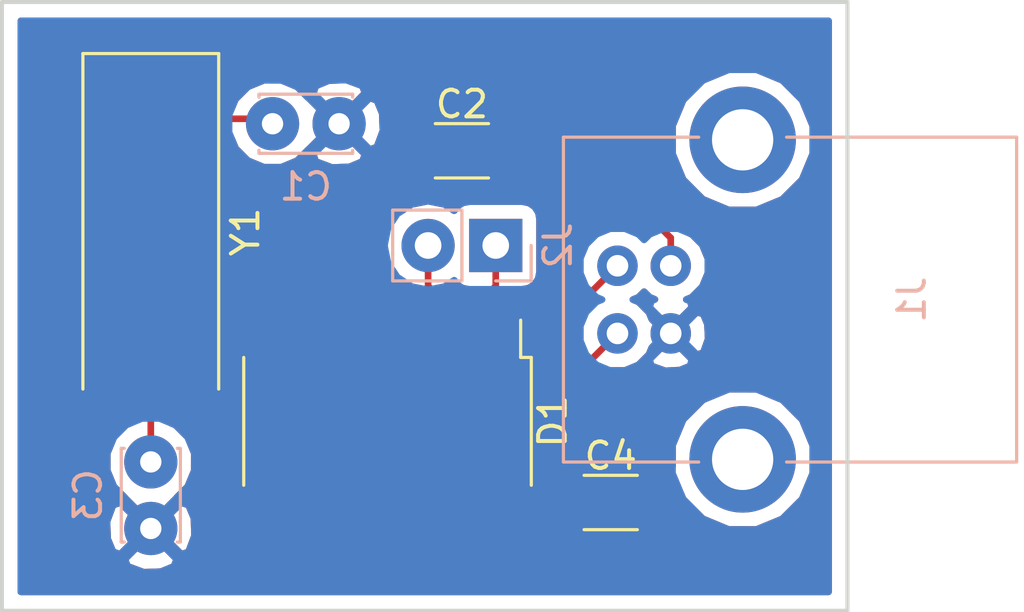
<source format=kicad_pcb>
(kicad_pcb (version 4) (host pcbnew 4.0.7)

  (general
    (links 17)
    (no_connects 2)
    (area 153.086999 91.364999 184.987001 114.375001)
    (thickness 1.6)
    (drawings 4)
    (tracks 71)
    (zones 0)
    (modules 8)
    (nets 18)
  )

  (page A4)
  (layers
    (0 F.Cu signal)
    (31 B.Cu signal)
    (32 B.Adhes user)
    (33 F.Adhes user)
    (34 B.Paste user)
    (35 F.Paste user)
    (36 B.SilkS user)
    (37 F.SilkS user)
    (38 B.Mask user)
    (39 F.Mask user)
    (40 Dwgs.User user)
    (41 Cmts.User user)
    (42 Eco1.User user)
    (43 Eco2.User user)
    (44 Edge.Cuts user)
    (45 Margin user)
    (46 B.CrtYd user)
    (47 F.CrtYd user)
    (48 B.Fab user)
    (49 F.Fab user)
  )

  (setup
    (last_trace_width 0.25)
    (trace_clearance 0.2)
    (zone_clearance 0.508)
    (zone_45_only no)
    (trace_min 0.2)
    (segment_width 0.2)
    (edge_width 0.15)
    (via_size 0.6)
    (via_drill 0.4)
    (via_min_size 0.4)
    (via_min_drill 0.3)
    (user_via 2 0.8)
    (uvia_size 0.3)
    (uvia_drill 0.1)
    (uvias_allowed no)
    (uvia_min_size 0.2)
    (uvia_min_drill 0.1)
    (pcb_text_width 0.3)
    (pcb_text_size 1.5 1.5)
    (mod_edge_width 0.15)
    (mod_text_size 1 1)
    (mod_text_width 0.15)
    (pad_size 4 4)
    (pad_drill 2.3)
    (pad_to_mask_clearance 0.2)
    (aux_axis_origin 0 0)
    (visible_elements 7FFFFFFF)
    (pcbplotparams
      (layerselection 0x00000_80000001)
      (usegerberextensions false)
      (excludeedgelayer true)
      (linewidth 0.100000)
      (plotframeref false)
      (viasonmask true)
      (mode 1)
      (useauxorigin false)
      (hpglpennumber 1)
      (hpglpenspeed 20)
      (hpglpendiameter 15)
      (hpglpenoverlay 2)
      (psnegative false)
      (psa4output false)
      (plotreference true)
      (plotvalue false)
      (plotinvisibletext true)
      (padsonsilk false)
      (subtractmaskfromsilk false)
      (outputformat 5)
      (mirror false)
      (drillshape 0)
      (scaleselection 1)
      (outputdirectory export/))
  )

  (net 0 "")
  (net 1 "Net-(C1-Pad1)")
  (net 2 "Net-(C3-Pad1)")
  (net 3 "Net-(D1-Pad2)")
  (net 4 "Net-(D1-Pad3)")
  (net 5 "Net-(D1-Pad5)")
  (net 6 "Net-(D1-Pad6)")
  (net 7 "Net-(D1-Pad9)")
  (net 8 "Net-(D1-Pad10)")
  (net 9 "Net-(D1-Pad11)")
  (net 10 "Net-(D1-Pad12)")
  (net 11 "Net-(D1-Pad13)")
  (net 12 "Net-(D1-Pad14)")
  (net 13 "Net-(D1-Pad15)")
  (net 14 +5V)
  (net 15 "Net-(J1-Pad5)")
  (net 16 GND)
  (net 17 "Net-(C2-Pad1)")

  (net_class Default "Это класс цепей по умолчанию."
    (clearance 0.2)
    (trace_width 0.25)
    (via_dia 0.6)
    (via_drill 0.4)
    (uvia_dia 0.3)
    (uvia_drill 0.1)
  )

  (net_class my ""
    (clearance 0.25)
    (trace_width 0.25)
    (via_dia 1.5)
    (via_drill 0.8)
    (uvia_dia 1.5)
    (uvia_drill 0.8)
    (add_net +5V)
    (add_net GND)
    (add_net "Net-(C1-Pad1)")
    (add_net "Net-(C2-Pad1)")
    (add_net "Net-(C3-Pad1)")
    (add_net "Net-(D1-Pad10)")
    (add_net "Net-(D1-Pad11)")
    (add_net "Net-(D1-Pad12)")
    (add_net "Net-(D1-Pad13)")
    (add_net "Net-(D1-Pad14)")
    (add_net "Net-(D1-Pad15)")
    (add_net "Net-(D1-Pad2)")
    (add_net "Net-(D1-Pad3)")
    (add_net "Net-(D1-Pad5)")
    (add_net "Net-(D1-Pad6)")
    (add_net "Net-(D1-Pad9)")
    (add_net "Net-(J1-Pad5)")
  )

  (module Capacitors_SMD:C_1206 (layer F.Cu) (tedit 58AA84B8) (tstamp 5B1AC803)
    (at 170.434 97.028)
    (descr "Capacitor SMD 1206, reflow soldering, AVX (see smccp.pdf)")
    (tags "capacitor 1206")
    (path /5B1A8574)
    (attr smd)
    (fp_text reference C2 (at 0 -1.75) (layer F.SilkS)
      (effects (font (size 1 1) (thickness 0.15)))
    )
    (fp_text value 10n (at 0 2) (layer F.Fab)
      (effects (font (size 1 1) (thickness 0.15)))
    )
    (fp_text user %R (at 0 -1.75) (layer F.Fab)
      (effects (font (size 1 1) (thickness 0.15)))
    )
    (fp_line (start -1.6 0.8) (end -1.6 -0.8) (layer F.Fab) (width 0.1))
    (fp_line (start 1.6 0.8) (end -1.6 0.8) (layer F.Fab) (width 0.1))
    (fp_line (start 1.6 -0.8) (end 1.6 0.8) (layer F.Fab) (width 0.1))
    (fp_line (start -1.6 -0.8) (end 1.6 -0.8) (layer F.Fab) (width 0.1))
    (fp_line (start 1 -1.02) (end -1 -1.02) (layer F.SilkS) (width 0.12))
    (fp_line (start -1 1.02) (end 1 1.02) (layer F.SilkS) (width 0.12))
    (fp_line (start -2.25 -1.05) (end 2.25 -1.05) (layer F.CrtYd) (width 0.05))
    (fp_line (start -2.25 -1.05) (end -2.25 1.05) (layer F.CrtYd) (width 0.05))
    (fp_line (start 2.25 1.05) (end 2.25 -1.05) (layer F.CrtYd) (width 0.05))
    (fp_line (start 2.25 1.05) (end -2.25 1.05) (layer F.CrtYd) (width 0.05))
    (pad 1 smd rect (at -1.5 0) (size 1 1.6) (layers F.Cu F.Paste F.Mask)
      (net 17 "Net-(C2-Pad1)"))
    (pad 2 smd rect (at 1.5 0) (size 1 1.6) (layers F.Cu F.Paste F.Mask)
      (net 16 GND))
    (model Capacitors_SMD.3dshapes/C_1206.wrl
      (at (xyz 0 0 0))
      (scale (xyz 1 1 1))
      (rotate (xyz 0 0 0))
    )
  )

  (module Capacitors_THT:C_Disc_D3.4mm_W2.1mm_P2.50mm (layer B.Cu) (tedit 5B1FEAB6) (tstamp 5B1AC809)
    (at 158.75 108.712 270)
    (descr "C, Disc series, Radial, pin pitch=2.50mm, , diameter*width=3.4*2.1mm^2, Capacitor, http://www.vishay.com/docs/45233/krseries.pdf")
    (tags "C Disc series Radial pin pitch 2.50mm  diameter 3.4mm width 2.1mm Capacitor")
    (path /5B1A9060)
    (fp_text reference C3 (at 1.25 2.36 270) (layer B.SilkS)
      (effects (font (size 1 1) (thickness 0.15)) (justify mirror))
    )
    (fp_text value 22p (at 1.25 -2.36 270) (layer B.Fab)
      (effects (font (size 1 1) (thickness 0.15)) (justify mirror))
    )
    (fp_line (start -0.45 1.05) (end -0.45 -1.05) (layer B.Fab) (width 0.1))
    (fp_line (start -0.45 -1.05) (end 2.95 -1.05) (layer B.Fab) (width 0.1))
    (fp_line (start 2.95 -1.05) (end 2.95 1.05) (layer B.Fab) (width 0.1))
    (fp_line (start 2.95 1.05) (end -0.45 1.05) (layer B.Fab) (width 0.1))
    (fp_line (start -0.51 1.11) (end 3.01 1.11) (layer B.SilkS) (width 0.12))
    (fp_line (start -0.51 -1.11) (end 3.01 -1.11) (layer B.SilkS) (width 0.12))
    (fp_line (start -0.51 1.11) (end -0.51 0.996) (layer B.SilkS) (width 0.12))
    (fp_line (start -0.51 -0.996) (end -0.51 -1.11) (layer B.SilkS) (width 0.12))
    (fp_line (start 3.01 1.11) (end 3.01 0.996) (layer B.SilkS) (width 0.12))
    (fp_line (start 3.01 -0.996) (end 3.01 -1.11) (layer B.SilkS) (width 0.12))
    (fp_line (start -1.05 1.4) (end -1.05 -1.4) (layer B.CrtYd) (width 0.05))
    (fp_line (start -1.05 -1.4) (end 3.55 -1.4) (layer B.CrtYd) (width 0.05))
    (fp_line (start 3.55 -1.4) (end 3.55 1.4) (layer B.CrtYd) (width 0.05))
    (fp_line (start 3.55 1.4) (end -1.05 1.4) (layer B.CrtYd) (width 0.05))
    (fp_text user %R (at 1.25 0 270) (layer B.Fab)
      (effects (font (size 1 1) (thickness 0.15)) (justify mirror))
    )
    (pad 1 thru_hole circle (at 0 0 270) (size 2 2) (drill 0.8) (layers *.Cu *.Mask)
      (net 2 "Net-(C3-Pad1)"))
    (pad 2 thru_hole circle (at 2.5 0 270) (size 2 2) (drill 0.8) (layers *.Cu *.Mask)
      (net 16 GND))
    (model ${KISYS3DMOD}/Capacitors_THT.3dshapes/C_Disc_D3.4mm_W2.1mm_P2.50mm.wrl
      (at (xyz 0 0 0))
      (scale (xyz 1 1 1))
      (rotate (xyz 0 0 0))
    )
  )

  (module Housings_SSOP:SOP-16_4.4x10.4mm_Pitch1.27mm (layer F.Cu) (tedit 589F0C2D) (tstamp 5B1AC81D)
    (at 167.64 107.188 270)
    (descr "16-Lead Plastic Small Outline http://www.vishay.com/docs/49633/sg2098.pdf")
    (tags "SOP 1.27")
    (path /5B1A81C9)
    (attr smd)
    (fp_text reference D1 (at 0 -6.2 270) (layer F.SilkS)
      (effects (font (size 1 1) (thickness 0.15)))
    )
    (fp_text value CH340G (at 0 6.1 270) (layer F.Fab)
      (effects (font (size 1 1) (thickness 0.15)))
    )
    (fp_text user %R (at 0 0 270) (layer F.Fab)
      (effects (font (size 0.8 0.8) (thickness 0.15)))
    )
    (fp_line (start -2.2 -4.6) (end -1.6 -5.2) (layer F.Fab) (width 0.1))
    (fp_line (start -2.4 -5.4) (end -2.4 -5) (layer F.SilkS) (width 0.12))
    (fp_line (start -2.4 -5) (end -3.8 -5) (layer F.SilkS) (width 0.12))
    (fp_line (start -1.6 -5.2) (end 2.2 -5.2) (layer F.Fab) (width 0.1))
    (fp_line (start 2.2 -5.2) (end 2.2 5.2) (layer F.Fab) (width 0.1))
    (fp_line (start 2.2 5.2) (end -2.2 5.2) (layer F.Fab) (width 0.1))
    (fp_line (start -2.2 5.2) (end -2.2 -4.6) (layer F.Fab) (width 0.1))
    (fp_line (start -2.4 -5.4) (end 2.4 -5.4) (layer F.SilkS) (width 0.12))
    (fp_line (start -2.4 5.4) (end 2.4 5.4) (layer F.SilkS) (width 0.12))
    (fp_line (start -4.05 -5.45) (end 4.05 -5.45) (layer F.CrtYd) (width 0.05))
    (fp_line (start -4.05 -5.45) (end -4.05 5.45) (layer F.CrtYd) (width 0.05))
    (fp_line (start 4.05 5.45) (end 4.05 -5.45) (layer F.CrtYd) (width 0.05))
    (fp_line (start 4.05 5.45) (end -4.05 5.45) (layer F.CrtYd) (width 0.05))
    (pad 1 smd rect (at -3.15 -4.45 270) (size 1.3 0.8) (layers F.Cu F.Paste F.Mask)
      (net 16 GND))
    (pad 2 smd rect (at -3.15 -3.17 270) (size 1.3 0.8) (layers F.Cu F.Paste F.Mask)
      (net 3 "Net-(D1-Pad2)"))
    (pad 3 smd rect (at -3.15 -1.91 270) (size 1.3 0.8) (layers F.Cu F.Paste F.Mask)
      (net 4 "Net-(D1-Pad3)"))
    (pad 4 smd rect (at -3.15 -0.64 270) (size 1.3 0.8) (layers F.Cu F.Paste F.Mask)
      (net 17 "Net-(C2-Pad1)"))
    (pad 5 smd rect (at -3.15 0.64 270) (size 1.3 0.8) (layers F.Cu F.Paste F.Mask)
      (net 5 "Net-(D1-Pad5)"))
    (pad 6 smd rect (at -3.15 1.91 270) (size 1.3 0.8) (layers F.Cu F.Paste F.Mask)
      (net 6 "Net-(D1-Pad6)"))
    (pad 7 smd rect (at -3.15 3.17 270) (size 1.3 0.8) (layers F.Cu F.Paste F.Mask)
      (net 1 "Net-(C1-Pad1)"))
    (pad 8 smd rect (at -3.15 4.45 270) (size 1.3 0.8) (layers F.Cu F.Paste F.Mask)
      (net 2 "Net-(C3-Pad1)"))
    (pad 9 smd rect (at 3.15 4.45 270) (size 1.3 0.8) (layers F.Cu F.Paste F.Mask)
      (net 7 "Net-(D1-Pad9)"))
    (pad 10 smd rect (at 3.15 3.17 270) (size 1.3 0.8) (layers F.Cu F.Paste F.Mask)
      (net 8 "Net-(D1-Pad10)"))
    (pad 11 smd rect (at 3.15 1.91 270) (size 1.3 0.8) (layers F.Cu F.Paste F.Mask)
      (net 9 "Net-(D1-Pad11)"))
    (pad 12 smd rect (at 3.15 0.64 270) (size 1.3 0.8) (layers F.Cu F.Paste F.Mask)
      (net 10 "Net-(D1-Pad12)"))
    (pad 13 smd rect (at 3.15 -0.64 270) (size 1.3 0.8) (layers F.Cu F.Paste F.Mask)
      (net 11 "Net-(D1-Pad13)"))
    (pad 14 smd rect (at 3.15 -1.91 270) (size 1.3 0.8) (layers F.Cu F.Paste F.Mask)
      (net 12 "Net-(D1-Pad14)"))
    (pad 15 smd rect (at 3.15 -3.17 270) (size 1.3 0.8) (layers F.Cu F.Paste F.Mask)
      (net 13 "Net-(D1-Pad15)"))
    (pad 16 smd rect (at 3.15 -4.45 270) (size 1.3 0.8) (layers F.Cu F.Paste F.Mask)
      (net 14 +5V))
    (model ${KISYS3DMOD}/Housings_SSOP.3dshapes/SOP-16_4.4x10.4mm_Pitch1.27mm.wrl
      (at (xyz 0 0 0))
      (scale (xyz 1 1 1))
      (rotate (xyz 0 0 0))
    )
  )

  (module Crystals:Crystal_SMD_HC49-SD (layer F.Cu) (tedit 5B1AD2E3) (tstamp 5B1AC82D)
    (at 158.75 100.076 270)
    (descr "SMD Crystal HC-49-SD http://cdn-reichelt.de/documents/datenblatt/B400/xxx-HC49-SMD.pdf, 11.4x4.7mm^2 package")
    (tags "SMD SMT crystal")
    (path /5B1A8ED9)
    (attr smd)
    (fp_text reference Y1 (at 0 -3.55 270) (layer F.SilkS)
      (effects (font (size 1 1) (thickness 0.15)))
    )
    (fp_text value Crystal (at 0 3.55 450) (layer F.Fab)
      (effects (font (size 1 1) (thickness 0.15)))
    )
    (fp_text user %R (at 0 0 270) (layer F.Fab)
      (effects (font (size 1 1) (thickness 0.15)))
    )
    (fp_line (start -5.7 -2.35) (end -5.7 2.35) (layer F.Fab) (width 0.1))
    (fp_line (start -5.7 2.35) (end 5.7 2.35) (layer F.Fab) (width 0.1))
    (fp_line (start 5.7 2.35) (end 5.7 -2.35) (layer F.Fab) (width 0.1))
    (fp_line (start 5.7 -2.35) (end -5.7 -2.35) (layer F.Fab) (width 0.1))
    (fp_line (start -3.015 -2.115) (end 3.015 -2.115) (layer F.Fab) (width 0.1))
    (fp_line (start -3.015 2.115) (end 3.015 2.115) (layer F.Fab) (width 0.1))
    (fp_line (start 5.9 -2.55) (end -6.7 -2.55) (layer F.SilkS) (width 0.12))
    (fp_line (start -6.7 -2.55) (end -6.7 2.55) (layer F.SilkS) (width 0.12))
    (fp_line (start -6.7 2.55) (end 5.9 2.55) (layer F.SilkS) (width 0.12))
    (fp_line (start -6.8 -2.6) (end -6.8 2.6) (layer F.CrtYd) (width 0.05))
    (fp_line (start -6.8 2.6) (end 6.8 2.6) (layer F.CrtYd) (width 0.05))
    (fp_line (start 6.8 2.6) (end 6.8 -2.6) (layer F.CrtYd) (width 0.05))
    (fp_line (start 6.8 -2.6) (end -6.8 -2.6) (layer F.CrtYd) (width 0.05))
    (fp_arc (start -3.015 0) (end -3.015 -2.115) (angle -180) (layer F.Fab) (width 0.1))
    (fp_arc (start 3.015 0) (end 3.015 -2.115) (angle 180) (layer F.Fab) (width 0.1))
    (pad 1 smd rect (at -4.25 0 270) (size 4.5 2) (layers F.Cu F.Paste F.Mask)
      (net 1 "Net-(C1-Pad1)"))
    (pad 2 smd rect (at 4.25 0 270) (size 4.5 2) (layers F.Cu F.Paste F.Mask)
      (net 2 "Net-(C3-Pad1)"))
    (model ${KISYS3DMOD}/Crystals.3dshapes/Crystal_SMD_HC49-SD.wrl
      (at (xyz 0 0 0))
      (scale (xyz 1 1 1))
      (rotate (xyz 0 0 0))
    )
  )

  (module Pin_Headers:Pin_Header_Straight_1x02_Pitch2.54mm (layer B.Cu) (tedit 5B1FEAC2) (tstamp 5B1FE816)
    (at 171.704 100.584 90)
    (descr "Through hole straight pin header, 1x02, 2.54mm pitch, single row")
    (tags "Through hole pin header THT 1x02 2.54mm single row")
    (path /5B1AC7E1)
    (fp_text reference J2 (at 0 2.33 90) (layer B.SilkS)
      (effects (font (size 1 1) (thickness 0.15)) (justify mirror))
    )
    (fp_text value Conn_01x02 (at 0 -4.87 90) (layer B.Fab)
      (effects (font (size 1 1) (thickness 0.15)) (justify mirror))
    )
    (fp_line (start -0.635 1.27) (end 1.27 1.27) (layer B.Fab) (width 0.1))
    (fp_line (start 1.27 1.27) (end 1.27 -3.81) (layer B.Fab) (width 0.1))
    (fp_line (start 1.27 -3.81) (end -1.27 -3.81) (layer B.Fab) (width 0.1))
    (fp_line (start -1.27 -3.81) (end -1.27 0.635) (layer B.Fab) (width 0.1))
    (fp_line (start -1.27 0.635) (end -0.635 1.27) (layer B.Fab) (width 0.1))
    (fp_line (start -1.33 -3.87) (end 1.33 -3.87) (layer B.SilkS) (width 0.12))
    (fp_line (start -1.33 -1.27) (end -1.33 -3.87) (layer B.SilkS) (width 0.12))
    (fp_line (start 1.33 -1.27) (end 1.33 -3.87) (layer B.SilkS) (width 0.12))
    (fp_line (start -1.33 -1.27) (end 1.33 -1.27) (layer B.SilkS) (width 0.12))
    (fp_line (start -1.33 0) (end -1.33 1.33) (layer B.SilkS) (width 0.12))
    (fp_line (start -1.33 1.33) (end 0 1.33) (layer B.SilkS) (width 0.12))
    (fp_line (start -1.8 1.8) (end -1.8 -4.35) (layer B.CrtYd) (width 0.05))
    (fp_line (start -1.8 -4.35) (end 1.8 -4.35) (layer B.CrtYd) (width 0.05))
    (fp_line (start 1.8 -4.35) (end 1.8 1.8) (layer B.CrtYd) (width 0.05))
    (fp_line (start 1.8 1.8) (end -1.8 1.8) (layer B.CrtYd) (width 0.05))
    (fp_text user %R (at 0 -1.27 360) (layer B.Fab)
      (effects (font (size 1 1) (thickness 0.15)) (justify mirror))
    )
    (pad 1 thru_hole rect (at 0 0 90) (size 2 2) (drill 1) (layers *.Cu *.Mask)
      (net 3 "Net-(D1-Pad2)"))
    (pad 2 thru_hole oval (at 0 -2.54 90) (size 2 2) (drill 1) (layers *.Cu *.Mask)
      (net 4 "Net-(D1-Pad3)"))
    (model ${KISYS3DMOD}/Pin_Headers.3dshapes/Pin_Header_Straight_1x02_Pitch2.54mm.wrl
      (at (xyz 0 0 0))
      (scale (xyz 1 1 1))
      (rotate (xyz 0 0 0))
    )
  )

  (module Capacitors_THT:C_Disc_D3.4mm_W2.1mm_P2.50mm (layer B.Cu) (tedit 5B1FEAAC) (tstamp 5B1FEA9D)
    (at 163.322 96.012)
    (descr "C, Disc series, Radial, pin pitch=2.50mm, , diameter*width=3.4*2.1mm^2, Capacitor, http://www.vishay.com/docs/45233/krseries.pdf")
    (tags "C Disc series Radial pin pitch 2.50mm  diameter 3.4mm width 2.1mm Capacitor")
    (path /5B1A8FAC)
    (fp_text reference C1 (at 1.25 2.36) (layer B.SilkS)
      (effects (font (size 1 1) (thickness 0.15)) (justify mirror))
    )
    (fp_text value 22p (at 1.25 -2.36) (layer B.Fab)
      (effects (font (size 1 1) (thickness 0.15)) (justify mirror))
    )
    (fp_line (start -0.45 1.05) (end -0.45 -1.05) (layer B.Fab) (width 0.1))
    (fp_line (start -0.45 -1.05) (end 2.95 -1.05) (layer B.Fab) (width 0.1))
    (fp_line (start 2.95 -1.05) (end 2.95 1.05) (layer B.Fab) (width 0.1))
    (fp_line (start 2.95 1.05) (end -0.45 1.05) (layer B.Fab) (width 0.1))
    (fp_line (start -0.51 1.11) (end 3.01 1.11) (layer B.SilkS) (width 0.12))
    (fp_line (start -0.51 -1.11) (end 3.01 -1.11) (layer B.SilkS) (width 0.12))
    (fp_line (start -0.51 1.11) (end -0.51 0.996) (layer B.SilkS) (width 0.12))
    (fp_line (start -0.51 -0.996) (end -0.51 -1.11) (layer B.SilkS) (width 0.12))
    (fp_line (start 3.01 1.11) (end 3.01 0.996) (layer B.SilkS) (width 0.12))
    (fp_line (start 3.01 -0.996) (end 3.01 -1.11) (layer B.SilkS) (width 0.12))
    (fp_line (start -1.05 1.4) (end -1.05 -1.4) (layer B.CrtYd) (width 0.05))
    (fp_line (start -1.05 -1.4) (end 3.55 -1.4) (layer B.CrtYd) (width 0.05))
    (fp_line (start 3.55 -1.4) (end 3.55 1.4) (layer B.CrtYd) (width 0.05))
    (fp_line (start 3.55 1.4) (end -1.05 1.4) (layer B.CrtYd) (width 0.05))
    (fp_text user %R (at 1.25 0) (layer B.Fab)
      (effects (font (size 1 1) (thickness 0.15)) (justify mirror))
    )
    (pad 1 thru_hole circle (at 0 0) (size 2 2) (drill 0.8) (layers *.Cu *.Mask)
      (net 1 "Net-(C1-Pad1)"))
    (pad 2 thru_hole circle (at 2.5 0) (size 2 2) (drill 0.8) (layers *.Cu *.Mask)
      (net 16 GND))
    (model ${KISYS3DMOD}/Capacitors_THT.3dshapes/C_Disc_D3.4mm_W2.1mm_P2.50mm.wrl
      (at (xyz 0 0 0))
      (scale (xyz 1 1 1))
      (rotate (xyz 0 0 0))
    )
  )

  (module Connectors:USB_B (layer B.Cu) (tedit 5B1FEB30) (tstamp 5B1FEB20)
    (at 176.276 103.886)
    (descr "USB B connector")
    (tags "USB_B USB_DEV")
    (path /5B1A8D0B)
    (fp_text reference J1 (at 11.05 -1.27 270) (layer B.SilkS)
      (effects (font (size 1 1) (thickness 0.15)) (justify mirror))
    )
    (fp_text value USB_B (at 4.7 -1.27 270) (layer B.Fab)
      (effects (font (size 1 1) (thickness 0.15)) (justify mirror))
    )
    (fp_line (start 15.25 -8.9) (end -2.3 -8.9) (layer B.CrtYd) (width 0.05))
    (fp_line (start -2.3 -8.9) (end -2.3 6.35) (layer B.CrtYd) (width 0.05))
    (fp_line (start -2.3 6.35) (end 15.25 6.35) (layer B.CrtYd) (width 0.05))
    (fp_line (start 15.25 6.35) (end 15.25 -8.9) (layer B.CrtYd) (width 0.05))
    (fp_line (start 6.35 -7.37) (end 14.99 -7.37) (layer B.SilkS) (width 0.12))
    (fp_line (start -2.03 -7.37) (end 3.05 -7.37) (layer B.SilkS) (width 0.12))
    (fp_line (start 6.35 4.83) (end 14.99 4.83) (layer B.SilkS) (width 0.12))
    (fp_line (start -2.03 4.83) (end 3.05 4.83) (layer B.SilkS) (width 0.12))
    (fp_line (start 14.99 4.83) (end 14.99 -7.37) (layer B.SilkS) (width 0.12))
    (fp_line (start -2.03 -7.37) (end -2.03 4.83) (layer B.SilkS) (width 0.12))
    (pad 2 thru_hole circle (at 0 -2.54 90) (size 1.52 1.52) (drill 0.81) (layers *.Cu *.Mask)
      (net 6 "Net-(D1-Pad6)"))
    (pad 1 thru_hole circle (at 0 0 90) (size 1.52 1.52) (drill 0.81) (layers *.Cu *.Mask)
      (net 14 +5V))
    (pad 4 thru_hole circle (at 2 0 90) (size 1.52 1.52) (drill 0.81) (layers *.Cu *.Mask)
      (net 16 GND))
    (pad 3 thru_hole circle (at 2 -2.54 90) (size 1.52 1.52) (drill 0.81) (layers *.Cu *.Mask)
      (net 5 "Net-(D1-Pad5)"))
    (pad 5 thru_hole circle (at 4.7 -7.27 90) (size 4 4) (drill 2.3) (layers *.Cu *.Mask)
      (net 15 "Net-(J1-Pad5)"))
    (pad 5 thru_hole circle (at 4.7 4.73 90) (size 4 4) (drill 2.3) (layers *.Cu *.Mask)
      (net 15 "Net-(J1-Pad5)"))
    (model ${KISYS3DMOD}/Connectors.3dshapes/USB_B.wrl
      (at (xyz 0.18 -0.05 0))
      (scale (xyz 0.39 0.39 0.39))
      (rotate (xyz 0 0 -90))
    )
  )

  (module Capacitors_SMD:C_1206 (layer F.Cu) (tedit 58AA84B8) (tstamp 5B1FEFAF)
    (at 176.022 110.236)
    (descr "Capacitor SMD 1206, reflow soldering, AVX (see smccp.pdf)")
    (tags "capacitor 1206")
    (path /5B1FEFE5)
    (attr smd)
    (fp_text reference C4 (at 0 -1.75) (layer F.SilkS)
      (effects (font (size 1 1) (thickness 0.15)))
    )
    (fp_text value 10uF (at 0 2) (layer F.Fab)
      (effects (font (size 1 1) (thickness 0.15)))
    )
    (fp_text user %R (at 0 -1.75) (layer F.Fab)
      (effects (font (size 1 1) (thickness 0.15)))
    )
    (fp_line (start -1.6 0.8) (end -1.6 -0.8) (layer F.Fab) (width 0.1))
    (fp_line (start 1.6 0.8) (end -1.6 0.8) (layer F.Fab) (width 0.1))
    (fp_line (start 1.6 -0.8) (end 1.6 0.8) (layer F.Fab) (width 0.1))
    (fp_line (start -1.6 -0.8) (end 1.6 -0.8) (layer F.Fab) (width 0.1))
    (fp_line (start 1 -1.02) (end -1 -1.02) (layer F.SilkS) (width 0.12))
    (fp_line (start -1 1.02) (end 1 1.02) (layer F.SilkS) (width 0.12))
    (fp_line (start -2.25 -1.05) (end 2.25 -1.05) (layer F.CrtYd) (width 0.05))
    (fp_line (start -2.25 -1.05) (end -2.25 1.05) (layer F.CrtYd) (width 0.05))
    (fp_line (start 2.25 1.05) (end 2.25 -1.05) (layer F.CrtYd) (width 0.05))
    (fp_line (start 2.25 1.05) (end -2.25 1.05) (layer F.CrtYd) (width 0.05))
    (pad 1 smd rect (at -1.5 0) (size 1 1.6) (layers F.Cu F.Paste F.Mask)
      (net 14 +5V))
    (pad 2 smd rect (at 1.5 0) (size 1 1.6) (layers F.Cu F.Paste F.Mask)
      (net 16 GND))
    (model Capacitors_SMD.3dshapes/C_1206.wrl
      (at (xyz 0 0 0))
      (scale (xyz 1 1 1))
      (rotate (xyz 0 0 0))
    )
  )

  (gr_line (start 184.912 114.3) (end 153.162 114.3) (angle 90) (layer Edge.Cuts) (width 0.15))
  (gr_line (start 184.912 91.44) (end 153.162 91.44) (angle 90) (layer Edge.Cuts) (width 0.15))
  (gr_line (start 153.162 91.44) (end 153.162 114.3) (angle 90) (layer Edge.Cuts) (width 0.15))
  (gr_line (start 184.912 91.44) (end 184.912 114.3) (angle 90) (layer Edge.Cuts) (width 0.15))

  (segment (start 158.75 95.826) (end 163.136 95.826) (width 0.25) (layer F.Cu) (net 1) (status C00000))
  (segment (start 163.136 95.826) (end 163.322 96.012) (width 0.25) (layer F.Cu) (net 1) (tstamp 5B1FF5CE) (status C00000))
  (segment (start 164.47 104.038) (end 164.47 101.546) (width 0.25) (layer F.Cu) (net 1))
  (segment (start 164.47 101.546) (end 158.75 95.826) (width 0.25) (layer F.Cu) (net 1) (tstamp 5B1FF5AF))
  (segment (start 158.818 95.758) (end 158.75 95.826) (width 0.25) (layer F.Cu) (net 1) (tstamp 5B1FF0BF) (status 30))
  (segment (start 158.682 95.758) (end 158.75 95.826) (width 0.45) (layer F.Cu) (net 1) (tstamp 5B1FEE7D) (status 30))
  (segment (start 158.682 95.758) (end 158.75 95.826) (width 0.45) (layer F.Cu) (net 1) (tstamp 5B1FED46) (status 30))
  (segment (start 158.682 95.758) (end 158.75 95.826) (width 0.45) (layer F.Cu) (net 1) (tstamp 5B1FEBAA) (status 30))
  (segment (start 162.882 95.826) (end 163.068 96.012) (width 0.25) (layer F.Cu) (net 1) (tstamp 5B1B6108) (status 30))
  (segment (start 158.564 96.012) (end 158.75 95.826) (width 0.4) (layer F.Cu) (net 1) (tstamp 5B1D3691) (status 30))
  (segment (start 158.564 96.012) (end 158.75 95.826) (width 0.3) (layer F.Cu) (net 1) (tstamp 5B1CA7B2) (status 30))
  (segment (start 158.564 96.012) (end 158.75 95.826) (width 0.25) (layer F.Cu) (net 1) (tstamp 5B1B6039) (status 30))
  (segment (start 158.428 95.504) (end 158.75 95.826) (width 0.25) (layer F.Cu) (net 1) (tstamp 5B1B5DA6) (status 30))
  (segment (start 159.58 95.826) (end 158.75 95.826) (width 0.25) (layer F.Cu) (net 1) (tstamp 5B1B5D9B) (status 30))
  (segment (start 163.19 104.038) (end 159.038 104.038) (width 0.25) (layer F.Cu) (net 2))
  (segment (start 159.038 104.038) (end 158.75 104.326) (width 0.25) (layer F.Cu) (net 2) (tstamp 5B1FF593))
  (segment (start 158.75 104.326) (end 158.75 108.712) (width 0.25) (layer F.Cu) (net 2) (tstamp 5B1FF594))
  (segment (start 158.818 104.394) (end 158.75 104.326) (width 0.25) (layer F.Cu) (net 2) (tstamp 5B1FF0BC) (status 30))
  (segment (start 163.136 103.984) (end 163.19 104.038) (width 0.45) (layer F.Cu) (net 2) (tstamp 5B1FEE80) (status 30))
  (segment (start 158.682 104.394) (end 158.75 104.326) (width 0.45) (layer F.Cu) (net 2) (tstamp 5B1FEE7A) (status 30))
  (segment (start 158.564 104.14) (end 158.75 104.326) (width 0.45) (layer F.Cu) (net 2) (tstamp 5B1FED49) (status 30))
  (segment (start 158.564 104.14) (end 158.75 104.326) (width 0.45) (layer F.Cu) (net 2) (tstamp 5B1FEBA4) (status 30))
  (segment (start 158.564 104.14) (end 158.75 104.326) (width 0.4) (layer F.Cu) (net 2) (tstamp 5B1D3864) (status 30))
  (segment (start 159.458 105.034) (end 158.75 104.326) (width 0.4) (layer F.Cu) (net 2) (tstamp 5B1D385E) (status 30))
  (segment (start 158.564 104.14) (end 158.75 104.326) (width 0.3) (layer F.Cu) (net 2) (tstamp 5B1CA7AE) (status 30))
  (segment (start 158.564 108.526) (end 158.75 108.712) (width 0.25) (layer F.Cu) (net 2) (tstamp 5B1B610B) (status 30))
  (segment (start 159.458 105.034) (end 158.75 104.326) (width 0.25) (layer F.Cu) (net 2) (tstamp 5B1B6105) (status 30))
  (segment (start 158.564 104.14) (end 158.75 104.326) (width 0.25) (layer F.Cu) (net 2) (tstamp 5B1B603C) (status 30))
  (segment (start 159.058 104.018) (end 158.75 104.326) (width 0.25) (layer F.Cu) (net 2) (tstamp 5B1B602F) (status 30))
  (segment (start 159.058 104.018) (end 158.75 104.326) (width 0.25) (layer F.Cu) (net 2) (tstamp 5B1B5DAF) (status 30))
  (segment (start 158.428 104.648) (end 158.75 104.326) (width 0.25) (layer F.Cu) (net 2) (tstamp 5B1B5DA1) (status 30))
  (segment (start 159.058 104.018) (end 158.75 104.326) (width 0.25) (layer F.Cu) (net 2) (tstamp 5B1B5D9E) (status 30))
  (segment (start 171.704 100.584) (end 171.704 102.108) (width 0.25) (layer F.Cu) (net 3))
  (segment (start 170.81 103.002) (end 170.81 104.038) (width 0.25) (layer F.Cu) (net 3) (tstamp 5B1FF454))
  (segment (start 171.704 102.108) (end 170.81 103.002) (width 0.25) (layer F.Cu) (net 3) (tstamp 5B1FF453))
  (segment (start 169.164 100.584) (end 169.164 102.108) (width 0.25) (layer F.Cu) (net 4))
  (segment (start 169.55 102.494) (end 169.55 104.038) (width 0.25) (layer F.Cu) (net 4) (tstamp 5B1FF44B))
  (segment (start 169.164 102.108) (end 169.55 102.494) (width 0.25) (layer F.Cu) (net 4) (tstamp 5B1FF44A))
  (segment (start 169.418 103.906) (end 169.55 104.038) (width 0.3) (layer F.Cu) (net 4) (tstamp 5B1CA7A5) (status 30))
  (segment (start 167 104.038) (end 167 104.77) (width 0.25) (layer F.Cu) (net 5))
  (segment (start 178.276 100.298) (end 178.276 101.346) (width 0.25) (layer F.Cu) (net 5) (tstamp 5B1FF4E0))
  (segment (start 177.546 99.568) (end 178.276 100.298) (width 0.25) (layer F.Cu) (net 5) (tstamp 5B1FF4DF))
  (segment (start 175.26 99.568) (end 177.546 99.568) (width 0.25) (layer F.Cu) (net 5) (tstamp 5B1FF4DD))
  (segment (start 174.244 100.584) (end 175.26 99.568) (width 0.25) (layer F.Cu) (net 5) (tstamp 5B1FF4DB))
  (segment (start 174.244 103.886) (end 174.244 100.584) (width 0.25) (layer F.Cu) (net 5) (tstamp 5B1FF4D9))
  (segment (start 172.466 105.664) (end 174.244 103.886) (width 0.25) (layer F.Cu) (net 5) (tstamp 5B1FF4D7))
  (segment (start 167.894 105.664) (end 172.466 105.664) (width 0.25) (layer F.Cu) (net 5) (tstamp 5B1FF4D6))
  (segment (start 167 104.77) (end 167.894 105.664) (width 0.25) (layer F.Cu) (net 5) (tstamp 5B1FF4D5))
  (segment (start 178.276 101.346) (end 178.276 101.632) (width 0.25) (layer F.Cu) (net 5) (status 30))
  (segment (start 165.73 104.038) (end 165.73 104.77) (width 0.25) (layer F.Cu) (net 6))
  (segment (start 174.752 102.87) (end 176.276 101.346) (width 0.25) (layer F.Cu) (net 6) (tstamp 5B1FF4EA))
  (segment (start 174.752 104.394) (end 174.752 102.87) (width 0.25) (layer F.Cu) (net 6) (tstamp 5B1FF4E8))
  (segment (start 172.72 106.426) (end 174.752 104.394) (width 0.25) (layer F.Cu) (net 6) (tstamp 5B1FF4E6))
  (segment (start 167.386 106.426) (end 172.72 106.426) (width 0.25) (layer F.Cu) (net 6) (tstamp 5B1FF4E4))
  (segment (start 165.73 104.77) (end 167.386 106.426) (width 0.25) (layer F.Cu) (net 6) (tstamp 5B1FF4E3))
  (segment (start 176.144 101.214) (end 176.276 101.346) (width 0.25) (layer F.Cu) (net 6) (tstamp 5B1FEFA6) (status 30))
  (segment (start 176.144 101.214) (end 176.276 101.346) (width 0.25) (layer F.Cu) (net 6) (tstamp 5B1FEF9E) (status 30))
  (segment (start 165.862 103.906) (end 165.73 104.038) (width 0.45) (layer F.Cu) (net 6) (tstamp 5B1FEF8F) (status 30))
  (segment (start 172.09 110.338) (end 174.42 110.338) (width 0.25) (layer F.Cu) (net 14))
  (segment (start 174.42 110.338) (end 174.522 110.236) (width 0.25) (layer F.Cu) (net 14) (tstamp 5B1FF4FD))
  (segment (start 174.522 110.236) (end 174.522 105.64) (width 0.25) (layer F.Cu) (net 14))
  (segment (start 174.522 105.64) (end 176.276 103.886) (width 0.25) (layer F.Cu) (net 14) (tstamp 5B1FF4F9))
  (segment (start 168.28 104.038) (end 168.28 102.748) (width 0.25) (layer F.Cu) (net 17))
  (segment (start 168.402 97.028) (end 168.934 97.028) (width 0.25) (layer F.Cu) (net 17) (tstamp 5B1FF45A))
  (segment (start 167.386 98.044) (end 168.402 97.028) (width 0.25) (layer F.Cu) (net 17) (tstamp 5B1FF459))
  (segment (start 167.386 101.854) (end 167.386 98.044) (width 0.25) (layer F.Cu) (net 17) (tstamp 5B1FF458))
  (segment (start 168.28 102.748) (end 167.386 101.854) (width 0.25) (layer F.Cu) (net 17) (tstamp 5B1FF457))
  (segment (start 168.28 104.038) (end 168.28 103.5) (width 0.25) (layer F.Cu) (net 17))
  (segment (start 168.934 97.028) (end 168.656 97.028) (width 0.25) (layer F.Cu) (net 17) (status 30))
  (segment (start 168.934 97.004) (end 168.934 97.028) (width 0.25) (layer F.Cu) (net 17) (tstamp 5B1B60EC) (status 30))
  (segment (start 168.934 97.028) (end 168.934 96.496) (width 0.25) (layer F.Cu) (net 17) (status 30))

  (zone (net 16) (net_name GND) (layer F.Cu) (tstamp 5B1FF5D6) (hatch edge 0.508)
    (connect_pads (clearance 0.508))
    (min_thickness 0.254)
    (fill yes (arc_segments 16) (thermal_gap 0.508) (thermal_bridge_width 0.508))
    (polygon
      (pts
        (xy 184.912 114.3) (xy 153.162 114.3) (xy 153.162 91.44) (xy 184.912 91.44)
      )
    )
    (filled_polygon
      (pts
        (xy 184.202 113.59) (xy 153.872 113.59) (xy 153.872 112.364532) (xy 157.777073 112.364532) (xy 157.875736 112.631387)
        (xy 158.485461 112.857908) (xy 159.13546 112.833856) (xy 159.624264 112.631387) (xy 159.722927 112.364532) (xy 158.75 111.391605)
        (xy 157.777073 112.364532) (xy 153.872 112.364532) (xy 153.872 110.947461) (xy 157.104092 110.947461) (xy 157.128144 111.59746)
        (xy 157.330613 112.086264) (xy 157.597468 112.184927) (xy 158.570395 111.212) (xy 158.929605 111.212) (xy 159.902532 112.184927)
        (xy 160.169387 112.086264) (xy 160.395908 111.476539) (xy 160.371856 110.82654) (xy 160.169387 110.337736) (xy 159.902532 110.239073)
        (xy 158.929605 111.212) (xy 158.570395 111.212) (xy 157.597468 110.239073) (xy 157.330613 110.337736) (xy 157.104092 110.947461)
        (xy 153.872 110.947461) (xy 153.872 93.576) (xy 157.10256 93.576) (xy 157.10256 98.076) (xy 157.146838 98.311317)
        (xy 157.28591 98.527441) (xy 157.49811 98.672431) (xy 157.75 98.72344) (xy 159.75 98.72344) (xy 159.985317 98.679162)
        (xy 160.201441 98.54009) (xy 160.277692 98.428494) (xy 163.71 101.860802) (xy 163.71 102.764861) (xy 163.59 102.74056)
        (xy 162.79 102.74056) (xy 162.554683 102.784838) (xy 162.338559 102.92391) (xy 162.193569 103.13611) (xy 162.164836 103.278)
        (xy 160.39744 103.278) (xy 160.39744 102.076) (xy 160.353162 101.840683) (xy 160.21409 101.624559) (xy 160.00189 101.479569)
        (xy 159.75 101.42856) (xy 157.75 101.42856) (xy 157.514683 101.472838) (xy 157.298559 101.61191) (xy 157.153569 101.82411)
        (xy 157.10256 102.076) (xy 157.10256 106.576) (xy 157.146838 106.811317) (xy 157.28591 107.027441) (xy 157.49811 107.172431)
        (xy 157.75 107.22344) (xy 157.99 107.22344) (xy 157.99 107.256953) (xy 157.825057 107.325106) (xy 157.364722 107.784637)
        (xy 157.115284 108.385352) (xy 157.114716 109.035795) (xy 157.363106 109.636943) (xy 157.779187 110.053752) (xy 157.777073 110.059468)
        (xy 158.75 111.032395) (xy 159.722927 110.059468) (xy 159.720639 110.053278) (xy 160.135278 109.639363) (xy 160.384716 109.038648)
        (xy 160.385284 108.388205) (xy 160.136894 107.787057) (xy 159.677363 107.326722) (xy 159.51 107.257227) (xy 159.51 107.22344)
        (xy 159.75 107.22344) (xy 159.985317 107.179162) (xy 160.201441 107.04009) (xy 160.346431 106.82789) (xy 160.39744 106.576)
        (xy 160.39744 104.798) (xy 162.163258 104.798) (xy 162.186838 104.923317) (xy 162.32591 105.139441) (xy 162.53811 105.284431)
        (xy 162.79 105.33544) (xy 163.59 105.33544) (xy 163.825317 105.291162) (xy 163.831548 105.287152) (xy 164.07 105.33544)
        (xy 164.87 105.33544) (xy 165.105317 105.291162) (xy 165.106761 105.290233) (xy 165.192868 105.30767) (xy 166.848599 106.963401)
        (xy 167.095161 107.128148) (xy 167.386 107.186) (xy 172.72 107.186) (xy 173.010839 107.128148) (xy 173.257401 106.963401)
        (xy 173.762 106.458802) (xy 173.762 108.848721) (xy 173.570559 108.97191) (xy 173.425569 109.18411) (xy 173.37456 109.436)
        (xy 173.37456 109.578) (xy 173.116742 109.578) (xy 173.093162 109.452683) (xy 172.95409 109.236559) (xy 172.74189 109.091569)
        (xy 172.49 109.04056) (xy 171.69 109.04056) (xy 171.454683 109.084838) (xy 171.448452 109.088848) (xy 171.21 109.04056)
        (xy 170.41 109.04056) (xy 170.174683 109.084838) (xy 170.173239 109.085767) (xy 169.95 109.04056) (xy 169.15 109.04056)
        (xy 168.914683 109.084838) (xy 168.910845 109.087307) (xy 168.68 109.04056) (xy 167.88 109.04056) (xy 167.644683 109.084838)
        (xy 167.638452 109.088848) (xy 167.4 109.04056) (xy 166.6 109.04056) (xy 166.364683 109.084838) (xy 166.360845 109.087307)
        (xy 166.13 109.04056) (xy 165.33 109.04056) (xy 165.094683 109.084838) (xy 165.093239 109.085767) (xy 164.87 109.04056)
        (xy 164.07 109.04056) (xy 163.834683 109.084838) (xy 163.828452 109.088848) (xy 163.59 109.04056) (xy 162.79 109.04056)
        (xy 162.554683 109.084838) (xy 162.338559 109.22391) (xy 162.193569 109.43611) (xy 162.14256 109.688) (xy 162.14256 110.988)
        (xy 162.186838 111.223317) (xy 162.32591 111.439441) (xy 162.53811 111.584431) (xy 162.79 111.63544) (xy 163.59 111.63544)
        (xy 163.825317 111.591162) (xy 163.831548 111.587152) (xy 164.07 111.63544) (xy 164.87 111.63544) (xy 165.105317 111.591162)
        (xy 165.106761 111.590233) (xy 165.33 111.63544) (xy 166.13 111.63544) (xy 166.365317 111.591162) (xy 166.369155 111.588693)
        (xy 166.6 111.63544) (xy 167.4 111.63544) (xy 167.635317 111.591162) (xy 167.641548 111.587152) (xy 167.88 111.63544)
        (xy 168.68 111.63544) (xy 168.915317 111.591162) (xy 168.919155 111.588693) (xy 169.15 111.63544) (xy 169.95 111.63544)
        (xy 170.185317 111.591162) (xy 170.186761 111.590233) (xy 170.41 111.63544) (xy 171.21 111.63544) (xy 171.445317 111.591162)
        (xy 171.451548 111.587152) (xy 171.69 111.63544) (xy 172.49 111.63544) (xy 172.725317 111.591162) (xy 172.941441 111.45209)
        (xy 173.086431 111.23989) (xy 173.115164 111.098) (xy 173.386226 111.098) (xy 173.418838 111.271317) (xy 173.55791 111.487441)
        (xy 173.77011 111.632431) (xy 174.022 111.68344) (xy 175.022 111.68344) (xy 175.257317 111.639162) (xy 175.473441 111.50009)
        (xy 175.618431 111.28789) (xy 175.66944 111.036) (xy 175.66944 110.52175) (xy 176.387 110.52175) (xy 176.387 111.16231)
        (xy 176.483673 111.395699) (xy 176.662302 111.574327) (xy 176.895691 111.671) (xy 177.23625 111.671) (xy 177.395 111.51225)
        (xy 177.395 110.363) (xy 177.649 110.363) (xy 177.649 111.51225) (xy 177.80775 111.671) (xy 178.148309 111.671)
        (xy 178.381698 111.574327) (xy 178.560327 111.395699) (xy 178.657 111.16231) (xy 178.657 110.52175) (xy 178.49825 110.363)
        (xy 177.649 110.363) (xy 177.395 110.363) (xy 176.54575 110.363) (xy 176.387 110.52175) (xy 175.66944 110.52175)
        (xy 175.66944 109.436) (xy 175.645674 109.30969) (xy 176.387 109.30969) (xy 176.387 109.95025) (xy 176.54575 110.109)
        (xy 177.395 110.109) (xy 177.395 108.95975) (xy 177.649 108.95975) (xy 177.649 110.109) (xy 178.49825 110.109)
        (xy 178.657 109.95025) (xy 178.657 109.903718) (xy 178.740853 110.106658) (xy 179.481443 110.848542) (xy 180.449567 111.250542)
        (xy 181.497834 111.251457) (xy 182.466658 110.851147) (xy 183.208542 110.110557) (xy 183.610542 109.142433) (xy 183.611457 108.094166)
        (xy 183.211147 107.125342) (xy 182.470557 106.383458) (xy 181.502433 105.981458) (xy 180.454166 105.980543) (xy 179.485342 106.380853)
        (xy 178.743458 107.121443) (xy 178.341458 108.089567) (xy 178.340767 108.880719) (xy 178.148309 108.801) (xy 177.80775 108.801)
        (xy 177.649 108.95975) (xy 177.395 108.95975) (xy 177.23625 108.801) (xy 176.895691 108.801) (xy 176.662302 108.897673)
        (xy 176.483673 109.076301) (xy 176.387 109.30969) (xy 175.645674 109.30969) (xy 175.625162 109.200683) (xy 175.48609 108.984559)
        (xy 175.282 108.84511) (xy 175.282 105.954802) (xy 175.968149 105.268653) (xy 175.9973 105.280758) (xy 176.552265 105.281242)
        (xy 177.065172 105.069313) (xy 177.270078 104.864764) (xy 177.476841 104.864764) (xy 177.546059 105.106742) (xy 178.06878 105.293155)
        (xy 178.623049 105.265341) (xy 179.005941 105.106742) (xy 179.075159 104.864764) (xy 178.276 104.065605) (xy 177.476841 104.864764)
        (xy 177.270078 104.864764) (xy 177.457934 104.677236) (xy 177.566419 104.415976) (xy 178.096395 103.886) (xy 178.455605 103.886)
        (xy 179.254764 104.685159) (xy 179.496742 104.615941) (xy 179.683155 104.09322) (xy 179.655341 103.538951) (xy 179.496742 103.156059)
        (xy 179.254764 103.086841) (xy 178.455605 103.886) (xy 178.096395 103.886) (xy 177.566405 103.35601) (xy 177.459313 103.096828)
        (xy 177.067236 102.704066) (xy 176.855262 102.616046) (xy 177.065172 102.529313) (xy 177.276024 102.318829) (xy 177.484764 102.527934)
        (xy 177.680934 102.609391) (xy 177.546059 102.665258) (xy 177.476841 102.907236) (xy 178.276 103.706395) (xy 179.075159 102.907236)
        (xy 179.005941 102.665258) (xy 178.861138 102.613618) (xy 179.065172 102.529313) (xy 179.457934 102.137236) (xy 179.670758 101.6247)
        (xy 179.671242 101.069735) (xy 179.459313 100.556828) (xy 179.067236 100.164066) (xy 179.004148 100.137869) (xy 178.978148 100.007161)
        (xy 178.813401 99.760599) (xy 178.083401 99.030599) (xy 177.836839 98.865852) (xy 177.546 98.808) (xy 175.26 98.808)
        (xy 174.969161 98.865852) (xy 174.722599 99.030599) (xy 173.706599 100.046599) (xy 173.541852 100.293161) (xy 173.484 100.584)
        (xy 173.484 103.571198) (xy 173.125 103.930198) (xy 173.125 103.910998) (xy 172.966252 103.910998) (xy 173.125 103.75225)
        (xy 173.125 103.261691) (xy 173.028327 103.028302) (xy 172.849699 102.849673) (xy 172.61631 102.753) (xy 172.37575 102.753)
        (xy 172.217002 102.911748) (xy 172.217002 102.753) (xy 172.133802 102.753) (xy 172.241401 102.645401) (xy 172.406148 102.398839)
        (xy 172.439446 102.23144) (xy 172.704 102.23144) (xy 172.939317 102.187162) (xy 173.155441 102.04809) (xy 173.300431 101.83589)
        (xy 173.35144 101.584) (xy 173.35144 99.584) (xy 173.307162 99.348683) (xy 173.16809 99.132559) (xy 172.95589 98.987569)
        (xy 172.704 98.93656) (xy 170.704 98.93656) (xy 170.468683 98.980838) (xy 170.252559 99.11991) (xy 170.144292 99.278364)
        (xy 169.789687 99.041425) (xy 169.164 98.916968) (xy 168.538313 99.041425) (xy 168.146 99.303559) (xy 168.146 98.399758)
        (xy 168.18211 98.424431) (xy 168.434 98.47544) (xy 169.434 98.47544) (xy 169.669317 98.431162) (xy 169.885441 98.29209)
        (xy 170.030431 98.07989) (xy 170.08144 97.828) (xy 170.08144 97.31375) (xy 170.799 97.31375) (xy 170.799 97.95431)
        (xy 170.895673 98.187699) (xy 171.074302 98.366327) (xy 171.307691 98.463) (xy 171.64825 98.463) (xy 171.807 98.30425)
        (xy 171.807 97.155) (xy 172.061 97.155) (xy 172.061 98.30425) (xy 172.21975 98.463) (xy 172.560309 98.463)
        (xy 172.793698 98.366327) (xy 172.972327 98.187699) (xy 173.069 97.95431) (xy 173.069 97.31375) (xy 172.91025 97.155)
        (xy 172.061 97.155) (xy 171.807 97.155) (xy 170.95775 97.155) (xy 170.799 97.31375) (xy 170.08144 97.31375)
        (xy 170.08144 97.137834) (xy 178.340543 97.137834) (xy 178.740853 98.106658) (xy 179.481443 98.848542) (xy 180.449567 99.250542)
        (xy 181.497834 99.251457) (xy 182.466658 98.851147) (xy 183.208542 98.110557) (xy 183.610542 97.142433) (xy 183.611457 96.094166)
        (xy 183.211147 95.125342) (xy 182.470557 94.383458) (xy 181.502433 93.981458) (xy 180.454166 93.980543) (xy 179.485342 94.380853)
        (xy 178.743458 95.121443) (xy 178.341458 96.089567) (xy 178.340543 97.137834) (xy 170.08144 97.137834) (xy 170.08144 96.228)
        (xy 170.057674 96.10169) (xy 170.799 96.10169) (xy 170.799 96.74225) (xy 170.95775 96.901) (xy 171.807 96.901)
        (xy 171.807 95.75175) (xy 172.061 95.75175) (xy 172.061 96.901) (xy 172.91025 96.901) (xy 173.069 96.74225)
        (xy 173.069 96.10169) (xy 172.972327 95.868301) (xy 172.793698 95.689673) (xy 172.560309 95.593) (xy 172.21975 95.593)
        (xy 172.061 95.75175) (xy 171.807 95.75175) (xy 171.64825 95.593) (xy 171.307691 95.593) (xy 171.074302 95.689673)
        (xy 170.895673 95.868301) (xy 170.799 96.10169) (xy 170.057674 96.10169) (xy 170.037162 95.992683) (xy 169.89809 95.776559)
        (xy 169.68589 95.631569) (xy 169.434 95.58056) (xy 168.434 95.58056) (xy 168.198683 95.624838) (xy 167.982559 95.76391)
        (xy 167.837569 95.97611) (xy 167.78656 96.228) (xy 167.78656 96.568638) (xy 166.848599 97.506599) (xy 166.683852 97.753161)
        (xy 166.626 98.044) (xy 166.626 101.854) (xy 166.683852 102.144839) (xy 166.848599 102.391401) (xy 167.197758 102.74056)
        (xy 166.6 102.74056) (xy 166.364683 102.784838) (xy 166.360845 102.787307) (xy 166.13 102.74056) (xy 165.33 102.74056)
        (xy 165.23 102.759376) (xy 165.23 101.546) (xy 165.172148 101.255161) (xy 165.007401 101.008599) (xy 160.584802 96.586)
        (xy 161.790099 96.586) (xy 161.935106 96.936943) (xy 162.394637 97.397278) (xy 162.995352 97.646716) (xy 163.645795 97.647284)
        (xy 164.246943 97.398894) (xy 164.481715 97.164532) (xy 164.849073 97.164532) (xy 164.947736 97.431387) (xy 165.557461 97.657908)
        (xy 166.20746 97.633856) (xy 166.696264 97.431387) (xy 166.794927 97.164532) (xy 165.822 96.191605) (xy 164.849073 97.164532)
        (xy 164.481715 97.164532) (xy 164.663752 96.982813) (xy 164.669468 96.984927) (xy 165.642395 96.012) (xy 166.001605 96.012)
        (xy 166.974532 96.984927) (xy 167.241387 96.886264) (xy 167.467908 96.276539) (xy 167.443856 95.62654) (xy 167.241387 95.137736)
        (xy 166.974532 95.039073) (xy 166.001605 96.012) (xy 165.642395 96.012) (xy 164.669468 95.039073) (xy 164.663278 95.041361)
        (xy 164.481703 94.859468) (xy 164.849073 94.859468) (xy 165.822 95.832395) (xy 166.794927 94.859468) (xy 166.696264 94.592613)
        (xy 166.086539 94.366092) (xy 165.43654 94.390144) (xy 164.947736 94.592613) (xy 164.849073 94.859468) (xy 164.481703 94.859468)
        (xy 164.249363 94.626722) (xy 163.648648 94.377284) (xy 162.998205 94.376716) (xy 162.397057 94.625106) (xy 161.955392 95.066)
        (xy 160.39744 95.066) (xy 160.39744 93.576) (xy 160.353162 93.340683) (xy 160.21409 93.124559) (xy 160.00189 92.979569)
        (xy 159.75 92.92856) (xy 157.75 92.92856) (xy 157.514683 92.972838) (xy 157.298559 93.11191) (xy 157.153569 93.32411)
        (xy 157.10256 93.576) (xy 153.872 93.576) (xy 153.872 92.15) (xy 184.202 92.15)
      )
    )
    (filled_polygon
      (pts
        (xy 172.217 103.911) (xy 172.237 103.911) (xy 172.237 104.165) (xy 172.217 104.165) (xy 172.217 104.185)
        (xy 171.963 104.185) (xy 171.963 104.165) (xy 171.943 104.165) (xy 171.943 103.911) (xy 171.963 103.911)
        (xy 171.963 103.891) (xy 172.217 103.891)
      )
    )
  )
  (zone (net 16) (net_name GND) (layer B.Cu) (tstamp 5B1FF5DE) (hatch edge 0.508)
    (connect_pads (clearance 0.508))
    (min_thickness 0.254)
    (fill yes (arc_segments 16) (thermal_gap 0.508) (thermal_bridge_width 0.508))
    (polygon
      (pts
        (xy 184.912 114.3) (xy 153.162 114.3) (xy 153.162 91.44) (xy 184.912 91.44)
      )
    )
    (filled_polygon
      (pts
        (xy 184.202 113.59) (xy 153.872 113.59) (xy 153.872 112.364532) (xy 157.777073 112.364532) (xy 157.875736 112.631387)
        (xy 158.485461 112.857908) (xy 159.13546 112.833856) (xy 159.624264 112.631387) (xy 159.722927 112.364532) (xy 158.75 111.391605)
        (xy 157.777073 112.364532) (xy 153.872 112.364532) (xy 153.872 110.947461) (xy 157.104092 110.947461) (xy 157.128144 111.59746)
        (xy 157.330613 112.086264) (xy 157.597468 112.184927) (xy 158.570395 111.212) (xy 158.929605 111.212) (xy 159.902532 112.184927)
        (xy 160.169387 112.086264) (xy 160.395908 111.476539) (xy 160.371856 110.82654) (xy 160.169387 110.337736) (xy 159.902532 110.239073)
        (xy 158.929605 111.212) (xy 158.570395 111.212) (xy 157.597468 110.239073) (xy 157.330613 110.337736) (xy 157.104092 110.947461)
        (xy 153.872 110.947461) (xy 153.872 109.035795) (xy 157.114716 109.035795) (xy 157.363106 109.636943) (xy 157.779187 110.053752)
        (xy 157.777073 110.059468) (xy 158.75 111.032395) (xy 159.722927 110.059468) (xy 159.720639 110.053278) (xy 160.135278 109.639363)
        (xy 160.34353 109.137834) (xy 178.340543 109.137834) (xy 178.740853 110.106658) (xy 179.481443 110.848542) (xy 180.449567 111.250542)
        (xy 181.497834 111.251457) (xy 182.466658 110.851147) (xy 183.208542 110.110557) (xy 183.610542 109.142433) (xy 183.611457 108.094166)
        (xy 183.211147 107.125342) (xy 182.470557 106.383458) (xy 181.502433 105.981458) (xy 180.454166 105.980543) (xy 179.485342 106.380853)
        (xy 178.743458 107.121443) (xy 178.341458 108.089567) (xy 178.340543 109.137834) (xy 160.34353 109.137834) (xy 160.384716 109.038648)
        (xy 160.385284 108.388205) (xy 160.136894 107.787057) (xy 159.677363 107.326722) (xy 159.076648 107.077284) (xy 158.426205 107.076716)
        (xy 157.825057 107.325106) (xy 157.364722 107.784637) (xy 157.115284 108.385352) (xy 157.114716 109.035795) (xy 153.872 109.035795)
        (xy 153.872 100.551968) (xy 167.529 100.551968) (xy 167.529 100.616032) (xy 167.653457 101.241719) (xy 168.00788 101.772152)
        (xy 168.538313 102.126575) (xy 169.164 102.251032) (xy 169.789687 102.126575) (xy 170.145547 101.888797) (xy 170.23991 102.035441)
        (xy 170.45211 102.180431) (xy 170.704 102.23144) (xy 172.704 102.23144) (xy 172.939317 102.187162) (xy 173.155441 102.04809)
        (xy 173.300431 101.83589) (xy 173.343691 101.622265) (xy 174.880758 101.622265) (xy 175.092687 102.135172) (xy 175.484764 102.527934)
        (xy 175.696738 102.615954) (xy 175.486828 102.702687) (xy 175.094066 103.094764) (xy 174.881242 103.6073) (xy 174.880758 104.162265)
        (xy 175.092687 104.675172) (xy 175.484764 105.067934) (xy 175.9973 105.280758) (xy 176.552265 105.281242) (xy 177.065172 105.069313)
        (xy 177.270078 104.864764) (xy 177.476841 104.864764) (xy 177.546059 105.106742) (xy 178.06878 105.293155) (xy 178.623049 105.265341)
        (xy 179.005941 105.106742) (xy 179.075159 104.864764) (xy 178.276 104.065605) (xy 177.476841 104.864764) (xy 177.270078 104.864764)
        (xy 177.457934 104.677236) (xy 177.566419 104.415976) (xy 178.096395 103.886) (xy 178.455605 103.886) (xy 179.254764 104.685159)
        (xy 179.496742 104.615941) (xy 179.683155 104.09322) (xy 179.655341 103.538951) (xy 179.496742 103.156059) (xy 179.254764 103.086841)
        (xy 178.455605 103.886) (xy 178.096395 103.886) (xy 177.566405 103.35601) (xy 177.459313 103.096828) (xy 177.067236 102.704066)
        (xy 176.855262 102.616046) (xy 177.065172 102.529313) (xy 177.276024 102.318829) (xy 177.484764 102.527934) (xy 177.680934 102.609391)
        (xy 177.546059 102.665258) (xy 177.476841 102.907236) (xy 178.276 103.706395) (xy 179.075159 102.907236) (xy 179.005941 102.665258)
        (xy 178.861138 102.613618) (xy 179.065172 102.529313) (xy 179.457934 102.137236) (xy 179.670758 101.6247) (xy 179.671242 101.069735)
        (xy 179.459313 100.556828) (xy 179.067236 100.164066) (xy 178.5547 99.951242) (xy 177.999735 99.950758) (xy 177.486828 100.162687)
        (xy 177.275976 100.373171) (xy 177.067236 100.164066) (xy 176.5547 99.951242) (xy 175.999735 99.950758) (xy 175.486828 100.162687)
        (xy 175.094066 100.554764) (xy 174.881242 101.0673) (xy 174.880758 101.622265) (xy 173.343691 101.622265) (xy 173.35144 101.584)
        (xy 173.35144 99.584) (xy 173.307162 99.348683) (xy 173.16809 99.132559) (xy 172.95589 98.987569) (xy 172.704 98.93656)
        (xy 170.704 98.93656) (xy 170.468683 98.980838) (xy 170.252559 99.11991) (xy 170.144292 99.278364) (xy 169.789687 99.041425)
        (xy 169.164 98.916968) (xy 168.538313 99.041425) (xy 168.00788 99.395848) (xy 167.653457 99.926281) (xy 167.529 100.551968)
        (xy 153.872 100.551968) (xy 153.872 96.335795) (xy 161.686716 96.335795) (xy 161.935106 96.936943) (xy 162.394637 97.397278)
        (xy 162.995352 97.646716) (xy 163.645795 97.647284) (xy 164.246943 97.398894) (xy 164.481715 97.164532) (xy 164.849073 97.164532)
        (xy 164.947736 97.431387) (xy 165.557461 97.657908) (xy 166.20746 97.633856) (xy 166.696264 97.431387) (xy 166.794927 97.164532)
        (xy 166.768229 97.137834) (xy 178.340543 97.137834) (xy 178.740853 98.106658) (xy 179.481443 98.848542) (xy 180.449567 99.250542)
        (xy 181.497834 99.251457) (xy 182.466658 98.851147) (xy 183.208542 98.110557) (xy 183.610542 97.142433) (xy 183.611457 96.094166)
        (xy 183.211147 95.125342) (xy 182.470557 94.383458) (xy 181.502433 93.981458) (xy 180.454166 93.980543) (xy 179.485342 94.380853)
        (xy 178.743458 95.121443) (xy 178.341458 96.089567) (xy 178.340543 97.137834) (xy 166.768229 97.137834) (xy 165.822 96.191605)
        (xy 164.849073 97.164532) (xy 164.481715 97.164532) (xy 164.663752 96.982813) (xy 164.669468 96.984927) (xy 165.642395 96.012)
        (xy 166.001605 96.012) (xy 166.974532 96.984927) (xy 167.241387 96.886264) (xy 167.467908 96.276539) (xy 167.443856 95.62654)
        (xy 167.241387 95.137736) (xy 166.974532 95.039073) (xy 166.001605 96.012) (xy 165.642395 96.012) (xy 164.669468 95.039073)
        (xy 164.663278 95.041361) (xy 164.481703 94.859468) (xy 164.849073 94.859468) (xy 165.822 95.832395) (xy 166.794927 94.859468)
        (xy 166.696264 94.592613) (xy 166.086539 94.366092) (xy 165.43654 94.390144) (xy 164.947736 94.592613) (xy 164.849073 94.859468)
        (xy 164.481703 94.859468) (xy 164.249363 94.626722) (xy 163.648648 94.377284) (xy 162.998205 94.376716) (xy 162.397057 94.625106)
        (xy 161.936722 95.084637) (xy 161.687284 95.685352) (xy 161.686716 96.335795) (xy 153.872 96.335795) (xy 153.872 92.15)
        (xy 184.202 92.15)
      )
    )
  )
)

</source>
